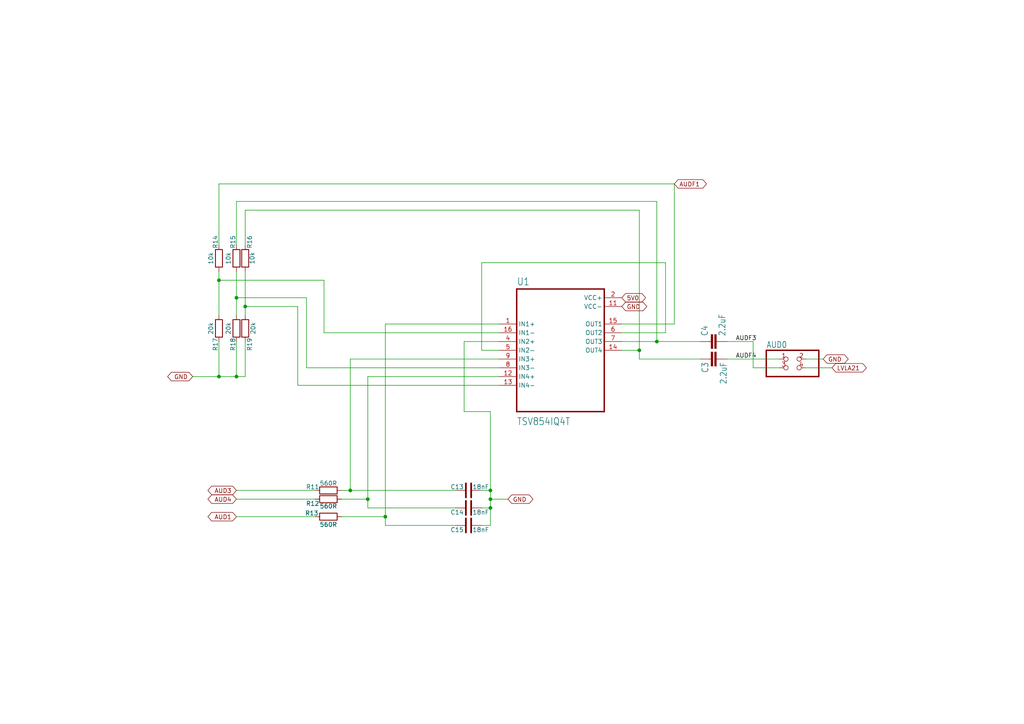
<source format=kicad_sch>
(kicad_sch (version 20231120) (generator "eeschema") (generator_version "8.0")
  (paper "A4")
  (lib_symbols
    (symbol "Device:C" (pin_numbers hide) (pin_names (offset 0.254))
      (property "Reference" "C" (at 0.635 2.54 0))
      (property "Value" "C" (at 0.635 -2.54 0))
      (symbol "C_0_1"
        (polyline (pts (xy -2.032 -0.762) (xy 2.032 -0.762)) (stroke (width 0.508)))
        (polyline (pts (xy -2.032 0.762) (xy 2.032 0.762)) (stroke (width 0.508)))
      )
      (symbol "C_1_1"
        (pin passive line (at 0 3.81 270) (length 2.794) (name "~") (number "1"))
        (pin passive line (at 0 -3.81 90) (length 2.794) (name "~") (number "2"))
      )
    )
    (symbol "Device:R" (pin_numbers hide) (pin_names (offset 0))
      (property "Reference" "R" (at 2.032 0 90))
      (property "Value" "R" (at 0 0 90))
      (symbol "R_0_1"
        (rectangle (start -1.016 -2.54) (end 1.016 2.54) (stroke (width 0.254)))
      )
      (symbol "R_1_1"
        (pin passive line (at 0 3.81 270) (length 1.27) (name "~") (number "1"))
        (pin passive line (at 0 -3.81 90) (length 1.27) (name "~") (number "2"))
      )
    )
    (symbol "pokeymax4-eagle-import:C-EUC0402"
      (property "Reference" "C" (at 1.524 0.381 0))
      (symbol "C-EUC0402_1_0"
        (rectangle (start -2.032 -2.032) (end 2.032 -1.524) (fill (type outline)))
        (rectangle (start -2.032 -1.016) (end 2.032 -0.508) (fill (type outline)))
        (polyline (pts (xy 0 -2.54) (xy 0 -2.032)) (stroke (width 0.1524)))
        (polyline (pts (xy 0 0) (xy 0 -0.508)) (stroke (width 0.1524)))
        (pin passive line (at 0 2.54 270) (length 2.54) (name "1") (number "1"))
        (pin passive line (at 0 -5.08 90) (length 2.54) (name "2") (number "2"))
      )
    )
    (symbol "pokeymax4-eagle-import:PINHD-2X2"
      (property "Reference" "JP" (at -8.89 5.715 0))
      (symbol "PINHD-2X2_1_0"
        (polyline (pts (xy -8.89 -2.54) (xy 6.35 -2.54)) (stroke (width 0.4064)))
        (polyline (pts (xy -8.89 5.08) (xy -8.89 -2.54)) (stroke (width 0.4064)))
        (polyline (pts (xy 6.35 -2.54) (xy 6.35 5.08)) (stroke (width 0.4064)))
        (polyline (pts (xy 6.35 5.08) (xy -8.89 5.08)) (stroke (width 0.4064)))
        (pin passive inverted (at -5.08 2.54 0) (length 2.54) (name "1") (number "1"))
        (pin passive inverted (at 2.54 2.54 180) (length 2.54) (name "2") (number "2"))
        (pin passive inverted (at -5.08 0 0) (length 2.54) (name "3") (number "3"))
        (pin passive inverted (at 2.54 0 180) (length 2.54) (name "4") (number "4"))
      )
    )
    (symbol "pokeymax4-eagle-import:TSV854IQ4T"
      (property "Reference" "U" (at -12.7 18.78 0))
      (symbol "TSV854IQ4T_1_0"
        (polyline (pts (xy -12.7 -17.78) (xy -12.7 17.78)) (stroke (width 0.41)))
        (polyline (pts (xy -12.7 17.78) (xy 12.7 17.78)) (stroke (width 0.41)))
        (polyline (pts (xy 12.7 -17.78) (xy -12.7 -17.78)) (stroke (width 0.41)))
        (polyline (pts (xy 12.7 17.78) (xy 12.7 -17.78)) (stroke (width 0.41)))
        (pin input line (at -17.78 7.62 0) (length 5.08) (name "IN1+") (number "1"))
        (pin power_in line (at 17.78 12.7 180) (length 5.08) (name "VCC-") (number "11"))
        (pin input line (at -17.78 -7.62 0) (length 5.08) (name "IN4+") (number "12"))
        (pin input line (at -17.78 -10.16 0) (length 5.08) (name "IN4-") (number "13"))
        (pin output line (at 17.78 0 180) (length 5.08) (name "OUT4") (number "14"))
        (pin output line (at 17.78 7.62 180) (length 5.08) (name "OUT1") (number "15"))
        (pin input line (at -17.78 5.08 0) (length 5.08) (name "IN1-") (number "16"))
        (pin power_in line (at 17.78 15.24 180) (length 5.08) (name "VCC+") (number "2"))
        (pin input line (at -17.78 2.54 0) (length 5.08) (name "IN2+") (number "4"))
        (pin input line (at -17.78 0 0) (length 5.08) (name "IN2-") (number "5"))
        (pin output line (at 17.78 5.08 180) (length 5.08) (name "OUT2") (number "6"))
        (pin output line (at 17.78 2.54 180) (length 5.08) (name "OUT3") (number "7"))
        (pin input line (at -17.78 -5.08 0) (length 5.08) (name "IN3-") (number "8"))
        (pin input line (at -17.78 -2.54 0) (length 5.08) (name "IN3+") (number "9"))
      )
    )
  )
  (junction (at 101.6 142.24))
  (junction (at 142.24 142.24))
  (junction (at 185.42 101.6))
  (junction (at 111.76 149.86))
  (junction (at 190.5 99.06))
  (junction (at 63.5 81.28))
  (junction (at 68.58 109.22))
  (junction (at 106.68 144.78))
  (junction (at 142.24 147.32))
  (junction (at 68.58 86.36))
  (junction (at 142.24 144.78))
  (junction (at 71.12 88.9))
  (junction (at 63.5 109.22))
  (wire (pts (xy 111.76 93.98) (xy 111.76 149.86)) (stroke (width 0.1524)))
  (wire (pts (xy 68.58 142.24) (xy 91.44 142.24)) (stroke (width 0.1524)))
  (wire (pts (xy 193.04 76.2) (xy 193.04 96.52)) (stroke (width 0.1524)))
  (wire (pts (xy 144.78 111.76) (xy 86.36 111.76)) (stroke (width 0.1524)))
  (wire (pts (xy 144.78 96.52) (xy 93.98 96.52)) (stroke (width 0.1524)))
  (wire (pts (xy 111.76 149.86) (xy 99.06 149.86)) (stroke (width 0.1524)))
  (wire (pts (xy 185.42 104.14) (xy 185.42 101.6)) (stroke (width 0.1524)))
  (wire (pts (xy 71.12 91.44) (xy 71.12 88.9)) (stroke (width 0.1524)))
  (wire (pts (xy 142.24 152.4) (xy 139.7 152.4)) (stroke (width 0.1524)))
  (wire (pts (xy 71.12 99.06) (xy 71.12 109.22)) (stroke (width 0.1524)))
  (wire (pts (xy 106.68 109.22) (xy 106.68 144.78)) (stroke (width 0.1524)))
  (wire (pts (xy 63.5 53.34) (xy 63.5 71.12)) (stroke (width 0.1524)))
  (wire (pts (xy 142.24 119.38) (xy 142.24 142.24)) (stroke (width 0.1524)))
  (wire (pts (xy 63.5 81.28) (xy 63.5 91.44)) (stroke (width 0.1524)))
  (wire (pts (xy 203.2 99.06) (xy 190.5 99.06)) (stroke (width 0.1524)))
  (wire (pts (xy 195.58 53.34) (xy 195.58 93.98)) (stroke (width 0.1524)))
  (wire (pts (xy 185.42 104.14) (xy 203.2 104.14)) (stroke (width 0.1524)))
  (wire (pts (xy 132.08 147.32) (xy 106.68 147.32)) (stroke (width 0.1524)))
  (wire (pts (xy 63.5 109.22) (xy 55.88 109.22)) (stroke (width 0.1524)))
  (wire (pts (xy 218.44 106.68) (xy 226.06 106.68)) (stroke (width 0.1524)))
  (wire (pts (xy 86.36 88.9) (xy 71.12 88.9)) (stroke (width 0.1524)))
  (wire (pts (xy 68.58 99.06) (xy 68.58 109.22)) (stroke (width 0.1524)))
  (wire (pts (xy 185.42 60.96) (xy 185.42 101.6)) (stroke (width 0.1524)))
  (wire (pts (xy 88.9 106.68) (xy 88.9 86.36)) (stroke (width 0.1524)))
  (wire (pts (xy 210.82 99.06) (xy 218.44 99.06)) (stroke (width 0.1524)))
  (wire (pts (xy 68.58 144.78) (xy 91.44 144.78)) (stroke (width 0.1524)))
  (wire (pts (xy 180.34 101.6) (xy 185.42 101.6)) (stroke (width 0.1524)))
  (wire (pts (xy 68.58 149.86) (xy 91.44 149.86)) (stroke (width 0.1524)))
  (wire (pts (xy 190.5 58.42) (xy 68.58 58.42)) (stroke (width 0.1524)))
  (wire (pts (xy 144.78 101.6) (xy 139.7 101.6)) (stroke (width 0.1524)))
  (wire (pts (xy 139.7 76.2) (xy 193.04 76.2)) (stroke (width 0.1524)))
  (wire (pts (xy 142.24 142.24) (xy 142.24 144.78)) (stroke (width 0.1524)))
  (wire (pts (xy 139.7 101.6) (xy 139.7 76.2)) (stroke (width 0.1524)))
  (wire (pts (xy 68.58 86.36) (xy 68.58 91.44)) (stroke (width 0.1524)))
  (wire (pts (xy 134.62 99.06) (xy 134.62 119.38)) (stroke (width 0.1524)))
  (wire (pts (xy 106.68 144.78) (xy 99.06 144.78)) (stroke (width 0.1524)))
  (wire (pts (xy 142.24 144.78) (xy 147.32 144.78)) (stroke (width 0.1524)))
  (wire (pts (xy 63.5 53.34) (xy 195.58 53.34)) (stroke (width 0.1524)))
  (wire (pts (xy 238.76 104.14) (xy 233.68 104.14)) (stroke (width 0.1524)))
  (wire (pts (xy 144.78 93.98) (xy 111.76 93.98)) (stroke (width 0.1524)))
  (wire (pts (xy 139.7 147.32) (xy 142.24 147.32)) (stroke (width 0.1524)))
  (wire (pts (xy 144.78 104.14) (xy 101.6 104.14)) (stroke (width 0.1524)))
  (wire (pts (xy 132.08 152.4) (xy 111.76 152.4)) (stroke (width 0.1524)))
  (wire (pts (xy 63.5 99.06) (xy 63.5 109.22)) (stroke (width 0.1524)))
  (wire (pts (xy 93.98 81.28) (xy 93.98 96.52)) (stroke (width 0.1524)))
  (wire (pts (xy 195.58 93.98) (xy 180.34 93.98)) (stroke (width 0.1524)))
  (wire (pts (xy 101.6 142.24) (xy 101.6 104.14)) (stroke (width 0.1524)))
  (wire (pts (xy 185.42 60.96) (xy 71.12 60.96)) (stroke (width 0.1524)))
  (wire (pts (xy 134.62 119.38) (xy 142.24 119.38)) (stroke (width 0.1524)))
  (wire (pts (xy 63.5 109.22) (xy 68.58 109.22)) (stroke (width 0.1524)))
  (wire (pts (xy 88.9 86.36) (xy 68.58 86.36)) (stroke (width 0.1524)))
  (wire (pts (xy 233.68 106.68) (xy 241.3 106.68)) (stroke (width 0.1524)))
  (wire (pts (xy 111.76 152.4) (xy 111.76 149.86)) (stroke (width 0.1524)))
  (wire (pts (xy 190.5 99.06) (xy 180.34 99.06)) (stroke (width 0.1524)))
  (wire (pts (xy 218.44 99.06) (xy 218.44 106.68)) (stroke (width 0.1524)))
  (wire (pts (xy 86.36 111.76) (xy 86.36 88.9)) (stroke (width 0.1524)))
  (wire (pts (xy 68.58 58.42) (xy 68.58 71.12)) (stroke (width 0.1524)))
  (wire (pts (xy 142.24 147.32) (xy 142.24 144.78)) (stroke (width 0.1524)))
  (wire (pts (xy 210.82 104.14) (xy 226.06 104.14)) (stroke (width 0.1524)))
  (wire (pts (xy 71.12 60.96) (xy 71.12 71.12)) (stroke (width 0.1524)))
  (wire (pts (xy 71.12 88.9) (xy 71.12 78.74)) (stroke (width 0.1524)))
  (wire (pts (xy 142.24 147.32) (xy 142.24 152.4)) (stroke (width 0.1524)))
  (wire (pts (xy 139.7 142.24) (xy 142.24 142.24)) (stroke (width 0.1524)))
  (wire (pts (xy 68.58 78.74) (xy 68.58 86.36)) (stroke (width 0.1524)))
  (wire (pts (xy 63.5 78.74) (xy 63.5 81.28)) (stroke (width 0.1524)))
  (wire (pts (xy 63.5 81.28) (xy 93.98 81.28)) (stroke (width 0.1524)))
  (wire (pts (xy 180.34 96.52) (xy 193.04 96.52)) (stroke (width 0.1524)))
  (wire (pts (xy 101.6 142.24) (xy 132.08 142.24)) (stroke (width 0.1524)))
  (wire (pts (xy 144.78 106.68) (xy 88.9 106.68)) (stroke (width 0.1524)))
  (wire (pts (xy 144.78 99.06) (xy 134.62 99.06)) (stroke (width 0.1524)))
  (wire (pts (xy 106.68 147.32) (xy 106.68 144.78)) (stroke (width 0.1524)))
  (wire (pts (xy 71.12 109.22) (xy 68.58 109.22)) (stroke (width 0.1524)))
  (wire (pts (xy 99.06 142.24) (xy 101.6 142.24)) (stroke (width 0.1524)))
  (wire (pts (xy 190.5 99.06) (xy 190.5 58.42)) (stroke (width 0.1524)))
  (wire (pts (xy 106.68 109.22) (xy 144.78 109.22)) (stroke (width 0.1524)))
  (label "AUDF4" (at 213.36 104.14 0) (effects (font (size 1.2446 1.2446))))
  (label "AUDF3" (at 213.36 99.06 0) (effects (font (size 1.2446 1.2446))))
  (global_label "AUD3" (shape bidirectional) (at 68.58 142.24 180) (effects (font (size 1.2446 1.2446))) (property "Intersheetrefs" "${INTERSHEET_REFS}" (effects (hide yes))))
  (global_label "LVLA21" (shape bidirectional) (at 241.3 106.68 0) (effects (font (size 1.2446 1.2446))) (property "Intersheetrefs" "${INTERSHEET_REFS}" (effects (hide yes))))
  (global_label "5V0" (shape bidirectional) (at 180.34 86.36 0) (effects (font (size 1.2446 1.2446))) (property "Intersheetrefs" "${INTERSHEET_REFS}" (effects (hide yes))))
  (global_label "GND" (shape bidirectional) (at 180.34 88.9 0) (effects (font (size 1.2446 1.2446))) (property "Intersheetrefs" "${INTERSHEET_REFS}" (effects (hide yes))))
  (global_label "GND" (shape bidirectional) (at 238.76 104.14 0) (effects (font (size 1.2446 1.2446))) (property "Intersheetrefs" "${INTERSHEET_REFS}" (effects (hide yes))))
  (global_label "AUDF1" (shape bidirectional) (at 195.58 53.34 0) (effects (font (size 1.2446 1.2446))) (property "Intersheetrefs" "${INTERSHEET_REFS}" (effects (hide yes))))
  (global_label "GND" (shape bidirectional) (at 147.32 144.78 0) (effects (font (size 1.2446 1.2446))) (property "Intersheetrefs" "${INTERSHEET_REFS}" (effects (hide yes))))
  (global_label "AUD4" (shape bidirectional) (at 68.58 144.78 180) (effects (font (size 1.2446 1.2446))) (property "Intersheetrefs" "${INTERSHEET_REFS}" (effects (hide yes))))
  (global_label "AUD1" (shape bidirectional) (at 68.58 149.86 180) (effects (font (size 1.2446 1.2446))) (property "Intersheetrefs" "${INTERSHEET_REFS}" (effects (hide yes))))
  (global_label "GND" (shape bidirectional) (at 55.88 109.22 180) (effects (font (size 1.2446 1.2446))) (property "Intersheetrefs" "${INTERSHEET_REFS}" (effects (hide yes))))
  (symbol (lib_id "Device:R") (at 63.5 95.25 0) (unit 1)
    (property "Reference" "R17" (at 62.484 101.854 90) (effects (justify left)))
    (property "Value" "20k" (at 61.1618 97.0915 90) (effects (justify left)))
    (property "Footprint" "Resistor_SMD:R_0402_1005Metric" (effects (hide yes)))
    (property "Description" "Resistor" (effects (hide yes)))
  )
  (symbol (lib_id "Device:R") (at 63.5 74.93 0) (unit 1)
    (property "Reference" "R14" (at 62.484 72.136 90) (effects (justify left)))
    (property "Value" "10k" (at 61.1618 76.7715 90) (effects (justify left)))
    (property "Footprint" "Resistor_SMD:R_0402_1005Metric" (effects (hide yes)))
    (property "Description" "Resistor" (effects (hide yes)))
  )
  (symbol (lib_id "pokeymax4-eagle-import:TSV854IQ4T") (at 162.56 101.6 0) (unit 1)
    (property "Reference" "U1" (at 149.86 82.82 0) (effects (font (size 2.0828 1.7703)) (justify left bottom)))
    (property "Value" "TSV854IQ4T" (at 149.86 123.38 0) (effects (font (size 2.0828 1.7703)) (justify left bottom)))
    (property "Footprint" "pokeymax4:QFN50P300X300X100-16N" (effects (hide yes)))
    (property "LCSC Part #" "C2058240" (effects (hide yes)))
  )
  (symbol (lib_id "pokeymax4-eagle-import:PINHD-2X2") (at 231.14 106.68 0) (unit 1) (in_bom no)
    (property "Reference" "AUD0" (at 222.25 100.965 0) (effects (font (size 1.778 1.5113)) (justify left bottom)))
    (property "Value" "PINHD-2X2" (effects (hide yes)))
    (property "Footprint" "pokeymax4:2X02" (effects (hide yes)))
  )
  (symbol (lib_id "Device:R") (at 95.25 149.86 90) (unit 1)
    (property "Reference" "R13" (at 90.424 148.844 90))
    (property "Value" "560R" (at 95.25 152.146 90))
    (property "Footprint" "Resistor_SMD:R_0402_1005Metric" (effects (hide yes)))
    (property "Description" "Resistor" (effects (hide yes)))
  )
  (symbol (lib_id "Device:C") (at 135.89 142.24 90) (unit 1)
    (property "Reference" "C13" (at 132.588 141.224 90))
    (property "Value" "18nF" (at 139.446 141.224 90))
    (property "Footprint" "pokeymax4:C0402" (effects (hide yes)))
    (property "Description" "Unpolarized capacitor" (effects (hide yes)))
    (property "LCSC Part #" "C107079" (effects (hide yes)))
  )
  (symbol (lib_id "Device:C") (at 135.89 147.32 90) (unit 1)
    (property "Reference" "C14" (at 132.588 148.59 90))
    (property "Value" "18nF" (at 139.446 148.59 90))
    (property "Footprint" "pokeymax4:C0402" (effects (hide yes)))
    (property "Description" "Unpolarized capacitor" (effects (hide yes)))
    (property "LCSC Part #" "C107079" (effects (hide yes)))
  )
  (symbol (lib_id "Device:R") (at 68.58 74.93 0) (unit 1)
    (property "Reference" "R15" (at 67.564 72.136 90) (effects (justify left)))
    (property "Value" "10k" (at 66.2418 76.7715 90) (effects (justify left)))
    (property "Footprint" "Resistor_SMD:R_0402_1005Metric" (effects (hide yes)))
    (property "Description" "Resistor" (effects (hide yes)))
  )
  (symbol (lib_id "pokeymax4-eagle-import:C-EUC0402") (at 205.74 104.14 90) (unit 1)
    (property "Reference" "C3" (at 205.486 108.204 0) (effects (font (size 1.778 1.5113)) (justify left bottom)))
    (property "Value" "2.2uF" (at 210.82 111.506 0) (effects (font (size 1.778 1.5113)) (justify left bottom)))
    (property "Footprint" "pokeymax4:C0402" (effects (hide yes)))
    (property "LCSC Part #" "C43922" (effects (hide yes)))
  )
  (symbol (lib_id "Device:C") (at 135.89 152.4 90) (unit 1)
    (property "Reference" "C15" (at 132.588 153.67 90))
    (property "Value" "18nF" (at 139.446 153.67 90))
    (property "Footprint" "pokeymax4:C0402" (effects (hide yes)))
    (property "Description" "Unpolarized capacitor" (effects (hide yes)))
    (property "LCSC Part #" "C107079" (effects (hide yes)))
  )
  (symbol (lib_id "Device:R") (at 71.12 74.93 0) (unit 1)
    (property "Reference" "R16" (at 72.39 72.136 90) (effects (justify left)))
    (property "Value" "10k" (at 73.152 76.708 90) (effects (justify left)))
    (property "Footprint" "Resistor_SMD:R_0402_1005Metric" (effects (hide yes)))
    (property "Description" "Resistor" (effects (hide yes)))
  )
  (symbol (lib_id "Device:R") (at 68.58 95.25 0) (unit 1)
    (property "Reference" "R18" (at 67.564 101.854 90) (effects (justify left)))
    (property "Value" "20k" (at 66.2418 97.0915 90) (effects (justify left)))
    (property "Footprint" "Resistor_SMD:R_0402_1005Metric" (effects (hide yes)))
    (property "Description" "Resistor" (effects (hide yes)))
  )
  (symbol (lib_id "Device:R") (at 71.12 95.25 0) (unit 1)
    (property "Reference" "R19" (at 72.39 101.854 90) (effects (justify left)))
    (property "Value" "20k" (at 73.406 97.028 90) (effects (justify left)))
    (property "Footprint" "Resistor_SMD:R_0402_1005Metric" (effects (hide yes)))
    (property "Description" "Resistor" (effects (hide yes)))
  )
  (symbol (lib_id "Device:R") (at 95.25 142.24 90) (unit 1)
    (property "Reference" "R11" (at 90.678 141.224 90))
    (property "Value" "560R" (at 95.25 140.208 90))
    (property "Footprint" "Resistor_SMD:R_0402_1005Metric" (effects (hide yes)))
    (property "Description" "Resistor" (effects (hide yes)))
  )
  (symbol (lib_id "Device:R") (at 95.25 144.78 90) (unit 1)
    (property "Reference" "R12" (at 90.678 146.05 90))
    (property "Value" "560R" (at 95.25 146.812 90))
    (property "Footprint" "Resistor_SMD:R_0402_1005Metric" (effects (hide yes)))
    (property "Description" "Resistor" (effects (hide yes)))
  )
  (symbol (lib_id "pokeymax4-eagle-import:C-EUC0402") (at 205.74 99.06 90) (unit 1)
    (property "Reference" "C4" (at 205.359 97.536 0) (effects (font (size 1.778 1.5113)) (justify left bottom)))
    (property "Value" "2.2uF" (at 210.439 97.536 0) (effects (font (size 1.778 1.5113)) (justify left bottom)))
    (property "Footprint" "pokeymax4:C0402" (effects (hide yes)))
    (property "LCSC Part #" "C43922" (effects (hide yes)))
  )
)
</source>
